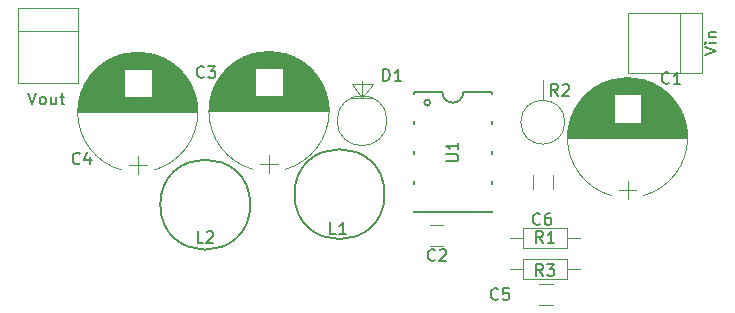
<source format=gbr>
%TF.GenerationSoftware,KiCad,Pcbnew,(6.0.8)*%
%TF.CreationDate,2022-11-19T23:42:55+04:00*%
%TF.ProjectId,MC34063_Buck,4d433334-3036-4335-9f42-75636b2e6b69,rev?*%
%TF.SameCoordinates,Original*%
%TF.FileFunction,Legend,Top*%
%TF.FilePolarity,Positive*%
%FSLAX46Y46*%
G04 Gerber Fmt 4.6, Leading zero omitted, Abs format (unit mm)*
G04 Created by KiCad (PCBNEW (6.0.8)) date 2022-11-19 23:42:55*
%MOMM*%
%LPD*%
G01*
G04 APERTURE LIST*
%ADD10C,0.150000*%
%ADD11C,0.120000*%
G04 APERTURE END LIST*
D10*
%TO.C,C1*%
X154011333Y-72493142D02*
X153963714Y-72540761D01*
X153820857Y-72588380D01*
X153725619Y-72588380D01*
X153582761Y-72540761D01*
X153487523Y-72445523D01*
X153439904Y-72350285D01*
X153392285Y-72159809D01*
X153392285Y-72016952D01*
X153439904Y-71826476D01*
X153487523Y-71731238D01*
X153582761Y-71636000D01*
X153725619Y-71588380D01*
X153820857Y-71588380D01*
X153963714Y-71636000D01*
X154011333Y-71683619D01*
X154963714Y-72588380D02*
X154392285Y-72588380D01*
X154678000Y-72588380D02*
X154678000Y-71588380D01*
X154582761Y-71731238D01*
X154487523Y-71826476D01*
X154392285Y-71874095D01*
%TO.C,C2*%
X134199333Y-87479142D02*
X134151714Y-87526761D01*
X134008857Y-87574380D01*
X133913619Y-87574380D01*
X133770761Y-87526761D01*
X133675523Y-87431523D01*
X133627904Y-87336285D01*
X133580285Y-87145809D01*
X133580285Y-87002952D01*
X133627904Y-86812476D01*
X133675523Y-86717238D01*
X133770761Y-86622000D01*
X133913619Y-86574380D01*
X134008857Y-86574380D01*
X134151714Y-86622000D01*
X134199333Y-86669619D01*
X134580285Y-86669619D02*
X134627904Y-86622000D01*
X134723142Y-86574380D01*
X134961238Y-86574380D01*
X135056476Y-86622000D01*
X135104095Y-86669619D01*
X135151714Y-86764857D01*
X135151714Y-86860095D01*
X135104095Y-87002952D01*
X134532666Y-87574380D01*
X135151714Y-87574380D01*
%TO.C,C3*%
X114641333Y-71985142D02*
X114593714Y-72032761D01*
X114450857Y-72080380D01*
X114355619Y-72080380D01*
X114212761Y-72032761D01*
X114117523Y-71937523D01*
X114069904Y-71842285D01*
X114022285Y-71651809D01*
X114022285Y-71508952D01*
X114069904Y-71318476D01*
X114117523Y-71223238D01*
X114212761Y-71128000D01*
X114355619Y-71080380D01*
X114450857Y-71080380D01*
X114593714Y-71128000D01*
X114641333Y-71175619D01*
X114974666Y-71080380D02*
X115593714Y-71080380D01*
X115260380Y-71461333D01*
X115403238Y-71461333D01*
X115498476Y-71508952D01*
X115546095Y-71556571D01*
X115593714Y-71651809D01*
X115593714Y-71889904D01*
X115546095Y-71985142D01*
X115498476Y-72032761D01*
X115403238Y-72080380D01*
X115117523Y-72080380D01*
X115022285Y-72032761D01*
X114974666Y-71985142D01*
%TO.C,C4*%
X104125733Y-79300342D02*
X104078114Y-79347961D01*
X103935257Y-79395580D01*
X103840019Y-79395580D01*
X103697161Y-79347961D01*
X103601923Y-79252723D01*
X103554304Y-79157485D01*
X103506685Y-78967009D01*
X103506685Y-78824152D01*
X103554304Y-78633676D01*
X103601923Y-78538438D01*
X103697161Y-78443200D01*
X103840019Y-78395580D01*
X103935257Y-78395580D01*
X104078114Y-78443200D01*
X104125733Y-78490819D01*
X104982876Y-78728914D02*
X104982876Y-79395580D01*
X104744780Y-78347961D02*
X104506685Y-79062247D01*
X105125733Y-79062247D01*
%TO.C,C5*%
X139533333Y-90781142D02*
X139485714Y-90828761D01*
X139342857Y-90876380D01*
X139247619Y-90876380D01*
X139104761Y-90828761D01*
X139009523Y-90733523D01*
X138961904Y-90638285D01*
X138914285Y-90447809D01*
X138914285Y-90304952D01*
X138961904Y-90114476D01*
X139009523Y-90019238D01*
X139104761Y-89924000D01*
X139247619Y-89876380D01*
X139342857Y-89876380D01*
X139485714Y-89924000D01*
X139533333Y-89971619D01*
X140438095Y-89876380D02*
X139961904Y-89876380D01*
X139914285Y-90352571D01*
X139961904Y-90304952D01*
X140057142Y-90257333D01*
X140295238Y-90257333D01*
X140390476Y-90304952D01*
X140438095Y-90352571D01*
X140485714Y-90447809D01*
X140485714Y-90685904D01*
X140438095Y-90781142D01*
X140390476Y-90828761D01*
X140295238Y-90876380D01*
X140057142Y-90876380D01*
X139961904Y-90828761D01*
X139914285Y-90781142D01*
%TO.C,D1*%
X129817904Y-72334380D02*
X129817904Y-71334380D01*
X130056000Y-71334380D01*
X130198857Y-71382000D01*
X130294095Y-71477238D01*
X130341714Y-71572476D01*
X130389333Y-71762952D01*
X130389333Y-71905809D01*
X130341714Y-72096285D01*
X130294095Y-72191523D01*
X130198857Y-72286761D01*
X130056000Y-72334380D01*
X129817904Y-72334380D01*
X131341714Y-72334380D02*
X130770285Y-72334380D01*
X131056000Y-72334380D02*
X131056000Y-71334380D01*
X130960761Y-71477238D01*
X130865523Y-71572476D01*
X130770285Y-71620095D01*
%TO.C,L1*%
X125817333Y-85288380D02*
X125341142Y-85288380D01*
X125341142Y-84288380D01*
X126674476Y-85288380D02*
X126103047Y-85288380D01*
X126388761Y-85288380D02*
X126388761Y-84288380D01*
X126293523Y-84431238D01*
X126198285Y-84526476D01*
X126103047Y-84574095D01*
%TO.C,L2*%
X114577833Y-86050380D02*
X114101642Y-86050380D01*
X114101642Y-85050380D01*
X114863547Y-85145619D02*
X114911166Y-85098000D01*
X115006404Y-85050380D01*
X115244500Y-85050380D01*
X115339738Y-85098000D01*
X115387357Y-85145619D01*
X115434976Y-85240857D01*
X115434976Y-85336095D01*
X115387357Y-85478952D01*
X114815928Y-86050380D01*
X115434976Y-86050380D01*
%TO.C,R1*%
X143343333Y-86050380D02*
X143010000Y-85574190D01*
X142771904Y-86050380D02*
X142771904Y-85050380D01*
X143152857Y-85050380D01*
X143248095Y-85098000D01*
X143295714Y-85145619D01*
X143343333Y-85240857D01*
X143343333Y-85383714D01*
X143295714Y-85478952D01*
X143248095Y-85526571D01*
X143152857Y-85574190D01*
X142771904Y-85574190D01*
X144295714Y-86050380D02*
X143724285Y-86050380D01*
X144010000Y-86050380D02*
X144010000Y-85050380D01*
X143914761Y-85193238D01*
X143819523Y-85288476D01*
X143724285Y-85336095D01*
%TO.C,R2*%
X144613333Y-73604380D02*
X144280000Y-73128190D01*
X144041904Y-73604380D02*
X144041904Y-72604380D01*
X144422857Y-72604380D01*
X144518095Y-72652000D01*
X144565714Y-72699619D01*
X144613333Y-72794857D01*
X144613333Y-72937714D01*
X144565714Y-73032952D01*
X144518095Y-73080571D01*
X144422857Y-73128190D01*
X144041904Y-73128190D01*
X144994285Y-72699619D02*
X145041904Y-72652000D01*
X145137142Y-72604380D01*
X145375238Y-72604380D01*
X145470476Y-72652000D01*
X145518095Y-72699619D01*
X145565714Y-72794857D01*
X145565714Y-72890095D01*
X145518095Y-73032952D01*
X144946666Y-73604380D01*
X145565714Y-73604380D01*
%TO.C,R3*%
X143343333Y-88844380D02*
X143010000Y-88368190D01*
X142771904Y-88844380D02*
X142771904Y-87844380D01*
X143152857Y-87844380D01*
X143248095Y-87892000D01*
X143295714Y-87939619D01*
X143343333Y-88034857D01*
X143343333Y-88177714D01*
X143295714Y-88272952D01*
X143248095Y-88320571D01*
X143152857Y-88368190D01*
X142771904Y-88368190D01*
X143676666Y-87844380D02*
X144295714Y-87844380D01*
X143962380Y-88225333D01*
X144105238Y-88225333D01*
X144200476Y-88272952D01*
X144248095Y-88320571D01*
X144295714Y-88415809D01*
X144295714Y-88653904D01*
X144248095Y-88749142D01*
X144200476Y-88796761D01*
X144105238Y-88844380D01*
X143819523Y-88844380D01*
X143724285Y-88796761D01*
X143676666Y-88749142D01*
%TO.C,U1*%
X135151880Y-79120904D02*
X135961404Y-79120904D01*
X136056642Y-79073285D01*
X136104261Y-79025666D01*
X136151880Y-78930428D01*
X136151880Y-78739952D01*
X136104261Y-78644714D01*
X136056642Y-78597095D01*
X135961404Y-78549476D01*
X135151880Y-78549476D01*
X136151880Y-77549476D02*
X136151880Y-78120904D01*
X136151880Y-77835190D02*
X135151880Y-77835190D01*
X135294738Y-77930428D01*
X135389976Y-78025666D01*
X135437595Y-78120904D01*
%TO.C,C6*%
X143089333Y-84431142D02*
X143041714Y-84478761D01*
X142898857Y-84526380D01*
X142803619Y-84526380D01*
X142660761Y-84478761D01*
X142565523Y-84383523D01*
X142517904Y-84288285D01*
X142470285Y-84097809D01*
X142470285Y-83954952D01*
X142517904Y-83764476D01*
X142565523Y-83669238D01*
X142660761Y-83574000D01*
X142803619Y-83526380D01*
X142898857Y-83526380D01*
X143041714Y-83574000D01*
X143089333Y-83621619D01*
X143946476Y-83526380D02*
X143756000Y-83526380D01*
X143660761Y-83574000D01*
X143613142Y-83621619D01*
X143517904Y-83764476D01*
X143470285Y-83954952D01*
X143470285Y-84335904D01*
X143517904Y-84431142D01*
X143565523Y-84478761D01*
X143660761Y-84526380D01*
X143851238Y-84526380D01*
X143946476Y-84478761D01*
X143994095Y-84431142D01*
X144041714Y-84335904D01*
X144041714Y-84097809D01*
X143994095Y-84002571D01*
X143946476Y-83954952D01*
X143851238Y-83907333D01*
X143660761Y-83907333D01*
X143565523Y-83954952D01*
X143517904Y-84002571D01*
X143470285Y-84097809D01*
%TO.C,Vin*%
X157022380Y-70111809D02*
X158022380Y-69778476D01*
X157022380Y-69445142D01*
X158022380Y-69111809D02*
X157355714Y-69111809D01*
X157022380Y-69111809D02*
X157070000Y-69159428D01*
X157117619Y-69111809D01*
X157070000Y-69064190D01*
X157022380Y-69111809D01*
X157117619Y-69111809D01*
X157355714Y-68635619D02*
X158022380Y-68635619D01*
X157450952Y-68635619D02*
X157403333Y-68588000D01*
X157355714Y-68492761D01*
X157355714Y-68349904D01*
X157403333Y-68254666D01*
X157498571Y-68207047D01*
X158022380Y-68207047D01*
%TO.C,Vout*%
X99771390Y-73315580D02*
X100104723Y-74315580D01*
X100438057Y-73315580D01*
X100914247Y-74315580D02*
X100819009Y-74267961D01*
X100771390Y-74220342D01*
X100723771Y-74125104D01*
X100723771Y-73839390D01*
X100771390Y-73744152D01*
X100819009Y-73696533D01*
X100914247Y-73648914D01*
X101057104Y-73648914D01*
X101152342Y-73696533D01*
X101199961Y-73744152D01*
X101247580Y-73839390D01*
X101247580Y-74125104D01*
X101199961Y-74220342D01*
X101152342Y-74267961D01*
X101057104Y-74315580D01*
X100914247Y-74315580D01*
X102104723Y-73648914D02*
X102104723Y-74315580D01*
X101676152Y-73648914D02*
X101676152Y-74172723D01*
X101723771Y-74267961D01*
X101819009Y-74315580D01*
X101961866Y-74315580D01*
X102057104Y-74267961D01*
X102104723Y-74220342D01*
X102438057Y-73648914D02*
X102819009Y-73648914D01*
X102580914Y-73315580D02*
X102580914Y-74172723D01*
X102628533Y-74267961D01*
X102723771Y-74315580D01*
X102819009Y-74315580D01*
D11*
%TO.C,C1*%
X145514000Y-76288000D02*
X155476000Y-76288000D01*
X145907000Y-75008000D02*
X149314000Y-75008000D01*
X151676000Y-73568000D02*
X154093000Y-73568000D01*
X145716000Y-75488000D02*
X149314000Y-75488000D01*
X151676000Y-74448000D02*
X154783000Y-74448000D01*
X151676000Y-73728000D02*
X154243000Y-73728000D01*
X146025000Y-74768000D02*
X149314000Y-74768000D01*
X146936000Y-73528000D02*
X149314000Y-73528000D01*
X145837000Y-75168000D02*
X149314000Y-75168000D01*
X146897000Y-73568000D02*
X149314000Y-73568000D01*
X151676000Y-74208000D02*
X154625000Y-74208000D01*
X145560000Y-76048000D02*
X155430000Y-76048000D01*
X151676000Y-74168000D02*
X154596000Y-74168000D01*
X151676000Y-74728000D02*
X154944000Y-74728000D01*
X151676000Y-74328000D02*
X154706000Y-74328000D01*
X151676000Y-74608000D02*
X154878000Y-74608000D01*
X146544000Y-73968000D02*
X149314000Y-73968000D01*
X146258000Y-74368000D02*
X149314000Y-74368000D01*
X145447000Y-76969000D02*
X155543000Y-76969000D01*
X145445000Y-77089000D02*
X155545000Y-77089000D01*
X145502000Y-76368000D02*
X155488000Y-76368000D01*
X145569000Y-76008000D02*
X155421000Y-76008000D01*
X151676000Y-74408000D02*
X154758000Y-74408000D01*
X146747000Y-73728000D02*
X149314000Y-73728000D01*
X145496000Y-76408000D02*
X155494000Y-76408000D01*
X146284000Y-74328000D02*
X149314000Y-74328000D01*
X149088000Y-72248000D02*
X151902000Y-72248000D01*
X151676000Y-75088000D02*
X155119000Y-75088000D01*
X146112000Y-74608000D02*
X149314000Y-74608000D01*
X148841000Y-72328000D02*
X152149000Y-72328000D01*
X146576000Y-73928000D02*
X149314000Y-73928000D01*
X147018000Y-73448000D02*
X153972000Y-73448000D01*
X146977000Y-73488000D02*
X149314000Y-73488000D01*
X151676000Y-73968000D02*
X154446000Y-73968000D01*
X151676000Y-74688000D02*
X154923000Y-74688000D01*
X145528000Y-76208000D02*
X155462000Y-76208000D01*
X146452000Y-74088000D02*
X149314000Y-74088000D01*
X145480000Y-76529000D02*
X155510000Y-76529000D01*
X151676000Y-75288000D02*
X155201000Y-75288000D01*
X147337000Y-73168000D02*
X153653000Y-73168000D01*
X151676000Y-74888000D02*
X155026000Y-74888000D01*
X151676000Y-73648000D02*
X154170000Y-73648000D01*
X145773000Y-75328000D02*
X149314000Y-75328000D01*
X145521000Y-76248000D02*
X155469000Y-76248000D01*
X151676000Y-73888000D02*
X154381000Y-73888000D01*
X151676000Y-75808000D02*
X155371000Y-75808000D01*
X145467000Y-76649000D02*
X155523000Y-76649000D01*
X145445000Y-77049000D02*
X155545000Y-77049000D01*
X145578000Y-75968000D02*
X155412000Y-75968000D01*
X147718000Y-72888000D02*
X153272000Y-72888000D01*
X146783000Y-73688000D02*
X149314000Y-73688000D01*
X145926000Y-74968000D02*
X149314000Y-74968000D01*
X151676000Y-74048000D02*
X154508000Y-74048000D01*
X145588000Y-75928000D02*
X155402000Y-75928000D01*
X146482000Y-74048000D02*
X149314000Y-74048000D01*
X145452000Y-76849000D02*
X155538000Y-76849000D01*
X145664000Y-75648000D02*
X149314000Y-75648000D01*
X145552000Y-76088000D02*
X155438000Y-76088000D01*
X145689000Y-75568000D02*
X149314000Y-75568000D01*
X145854000Y-75128000D02*
X149314000Y-75128000D01*
X147601000Y-72968000D02*
X153389000Y-72968000D01*
X151676000Y-74848000D02*
X155006000Y-74848000D01*
X146423000Y-74128000D02*
X149314000Y-74128000D01*
X151676000Y-74528000D02*
X154831000Y-74528000D01*
X146711000Y-73768000D02*
X149314000Y-73768000D01*
X151676000Y-75408000D02*
X155246000Y-75408000D01*
X151676000Y-73608000D02*
X154132000Y-73608000D01*
X148046000Y-72688000D02*
X152944000Y-72688000D01*
X146513000Y-74008000D02*
X149314000Y-74008000D01*
X147438000Y-73088000D02*
X153552000Y-73088000D01*
X145490000Y-76449000D02*
X155500000Y-76449000D01*
X145471000Y-76609000D02*
X155519000Y-76609000D01*
X151676000Y-75208000D02*
X155169000Y-75208000D01*
X145630000Y-75768000D02*
X149314000Y-75768000D01*
X148629000Y-72408000D02*
X152361000Y-72408000D01*
X145641000Y-75728000D02*
X149314000Y-75728000D01*
X146159000Y-74528000D02*
X149314000Y-74528000D01*
X147491000Y-73048000D02*
X153499000Y-73048000D01*
X151676000Y-75568000D02*
X155301000Y-75568000D01*
X147546000Y-73008000D02*
X153444000Y-73008000D01*
X145608000Y-75848000D02*
X155382000Y-75848000D01*
X145703000Y-75528000D02*
X149314000Y-75528000D01*
X151676000Y-73768000D02*
X154279000Y-73768000D01*
X151676000Y-74928000D02*
X155045000Y-74928000D01*
X145448000Y-76929000D02*
X155542000Y-76929000D01*
X145984000Y-74848000D02*
X149314000Y-74848000D01*
X151676000Y-75368000D02*
X155232000Y-75368000D01*
X151676000Y-73688000D02*
X154207000Y-73688000D01*
X147976000Y-72728000D02*
X153014000Y-72728000D01*
X147288000Y-73208000D02*
X153702000Y-73208000D01*
X145889000Y-75048000D02*
X149314000Y-75048000D01*
X151676000Y-75768000D02*
X155360000Y-75768000D01*
X151676000Y-75128000D02*
X155136000Y-75128000D01*
X147387000Y-73128000D02*
X153603000Y-73128000D01*
X146183000Y-74488000D02*
X149314000Y-74488000D01*
X147104000Y-73368000D02*
X153886000Y-73368000D01*
X145652000Y-75688000D02*
X149314000Y-75688000D01*
X151676000Y-74368000D02*
X154732000Y-74368000D01*
X145871000Y-75088000D02*
X149314000Y-75088000D01*
X147148000Y-73328000D02*
X153842000Y-73328000D01*
X149582000Y-72128000D02*
X151408000Y-72128000D01*
X145730000Y-75448000D02*
X149314000Y-75448000D01*
X147193000Y-73288000D02*
X153797000Y-73288000D01*
X148533000Y-72448000D02*
X152457000Y-72448000D01*
X151676000Y-74088000D02*
X154538000Y-74088000D01*
X149823000Y-72088000D02*
X151167000Y-72088000D01*
X146858000Y-73608000D02*
X149314000Y-73608000D01*
X151676000Y-74128000D02*
X154567000Y-74128000D01*
X148732000Y-72368000D02*
X152258000Y-72368000D01*
X151676000Y-75008000D02*
X155083000Y-75008000D01*
X145544000Y-76128000D02*
X155446000Y-76128000D01*
X146609000Y-73888000D02*
X149314000Y-73888000D01*
X145758000Y-75368000D02*
X149314000Y-75368000D01*
X149745000Y-81579000D02*
X151245000Y-81579000D01*
X151676000Y-75528000D02*
X155287000Y-75528000D01*
X151676000Y-75048000D02*
X155101000Y-75048000D01*
X145450000Y-76889000D02*
X155540000Y-76889000D01*
X151676000Y-74768000D02*
X154965000Y-74768000D01*
X151676000Y-74568000D02*
X154855000Y-74568000D01*
X145475000Y-76569000D02*
X155515000Y-76569000D01*
X151676000Y-73848000D02*
X154348000Y-73848000D01*
X145485000Y-76489000D02*
X155505000Y-76489000D01*
X148355000Y-72528000D02*
X152635000Y-72528000D01*
X151676000Y-74248000D02*
X154652000Y-74248000D01*
X146232000Y-74408000D02*
X149314000Y-74408000D01*
X147843000Y-72808000D02*
X153147000Y-72808000D01*
X145619000Y-75808000D02*
X149314000Y-75808000D01*
X151676000Y-74808000D02*
X154986000Y-74808000D01*
X145536000Y-76168000D02*
X155454000Y-76168000D01*
X151676000Y-74288000D02*
X154680000Y-74288000D01*
X145964000Y-74888000D02*
X149314000Y-74888000D01*
X151676000Y-74648000D02*
X154900000Y-74648000D01*
X146310000Y-74288000D02*
X149314000Y-74288000D01*
X145460000Y-76729000D02*
X155530000Y-76729000D01*
X147060000Y-73408000D02*
X153930000Y-73408000D01*
X146004000Y-74808000D02*
X149314000Y-74808000D01*
X149230000Y-72208000D02*
X151760000Y-72208000D01*
X148118000Y-72648000D02*
X152872000Y-72648000D01*
X151676000Y-75168000D02*
X155153000Y-75168000D01*
X145457000Y-76769000D02*
X155533000Y-76769000D01*
X146135000Y-74568000D02*
X149314000Y-74568000D01*
X146642000Y-73848000D02*
X149314000Y-73848000D01*
X151676000Y-74008000D02*
X154477000Y-74008000D01*
X145598000Y-75888000D02*
X155392000Y-75888000D01*
X146338000Y-74248000D02*
X149314000Y-74248000D01*
X147659000Y-72928000D02*
X153331000Y-72928000D01*
X145821000Y-75208000D02*
X149314000Y-75208000D01*
X146090000Y-74648000D02*
X149314000Y-74648000D01*
X146820000Y-73648000D02*
X149314000Y-73648000D01*
X149391000Y-72168000D02*
X151599000Y-72168000D01*
X151676000Y-73928000D02*
X154414000Y-73928000D01*
X145446000Y-77009000D02*
X155544000Y-77009000D01*
X151676000Y-75448000D02*
X155260000Y-75448000D01*
X147908000Y-72768000D02*
X153082000Y-72768000D01*
X151676000Y-75248000D02*
X155186000Y-75248000D01*
X151676000Y-75728000D02*
X155349000Y-75728000D01*
X151676000Y-75648000D02*
X155326000Y-75648000D01*
X145789000Y-75288000D02*
X149314000Y-75288000D01*
X151676000Y-75688000D02*
X155338000Y-75688000D01*
X146365000Y-74208000D02*
X149314000Y-74208000D01*
X146067000Y-74688000D02*
X149314000Y-74688000D01*
X145804000Y-75248000D02*
X149314000Y-75248000D01*
X147780000Y-72848000D02*
X153210000Y-72848000D01*
X145455000Y-76809000D02*
X155535000Y-76809000D01*
X151676000Y-73808000D02*
X154314000Y-73808000D01*
X146046000Y-74728000D02*
X149314000Y-74728000D01*
X145508000Y-76328000D02*
X155482000Y-76328000D01*
X150495000Y-82329000D02*
X150495000Y-80829000D01*
X151676000Y-75488000D02*
X155274000Y-75488000D01*
X145677000Y-75608000D02*
X149314000Y-75608000D01*
X151676000Y-74968000D02*
X155064000Y-74968000D01*
X150216000Y-72048000D02*
X150774000Y-72048000D01*
X151676000Y-73528000D02*
X154054000Y-73528000D01*
X145464000Y-76689000D02*
X155526000Y-76689000D01*
X145744000Y-75408000D02*
X149314000Y-75408000D01*
X148959000Y-72288000D02*
X152031000Y-72288000D01*
X151676000Y-75608000D02*
X155313000Y-75608000D01*
X148273000Y-72568000D02*
X152717000Y-72568000D01*
X148442000Y-72488000D02*
X152548000Y-72488000D01*
X145445000Y-77129000D02*
X155545000Y-77129000D01*
X146394000Y-74168000D02*
X149314000Y-74168000D01*
X146207000Y-74448000D02*
X149314000Y-74448000D01*
X146676000Y-73808000D02*
X149314000Y-73808000D01*
X151676000Y-73488000D02*
X154013000Y-73488000D01*
X145945000Y-74928000D02*
X149314000Y-74928000D01*
X151676000Y-75328000D02*
X155217000Y-75328000D01*
X147240000Y-73248000D02*
X153750000Y-73248000D01*
X151676000Y-74488000D02*
X154807000Y-74488000D01*
X148194000Y-72608000D02*
X152796000Y-72608000D01*
X149111736Y-72230563D02*
G75*
G03*
X149115000Y-82028357I1383264J-4898437D01*
G01*
X151875000Y-82028357D02*
G75*
G03*
X151878264Y-72230563I-1380000J4899357D01*
G01*
X151878264Y-72230563D02*
G75*
G03*
X149115000Y-72229643I-1383264J-4898437D01*
G01*
%TO.C,C2*%
X134909500Y-86268500D02*
X133735500Y-86268500D01*
X134909500Y-84546500D02*
X133735500Y-84546500D01*
%TO.C,C3*%
X117427000Y-70625500D02*
X122857000Y-70625500D01*
X121323000Y-71745500D02*
X124093000Y-71745500D01*
X121323000Y-72425500D02*
X124547000Y-72425500D01*
X115132000Y-74266500D02*
X125152000Y-74266500D01*
X118180000Y-70225500D02*
X122104000Y-70225500D01*
X121323000Y-72505500D02*
X124591000Y-72505500D01*
X121323000Y-73065500D02*
X124848000Y-73065500D01*
X121323000Y-73385500D02*
X124960000Y-73385500D01*
X116583000Y-71305500D02*
X118961000Y-71305500D01*
X121323000Y-73185500D02*
X124893000Y-73185500D01*
X115714000Y-72465500D02*
X118961000Y-72465500D01*
X121323000Y-71825500D02*
X124155000Y-71825500D01*
X121323000Y-72705500D02*
X124692000Y-72705500D01*
X121323000Y-71705500D02*
X124061000Y-71705500D01*
X121323000Y-72345500D02*
X124502000Y-72345500D01*
X121323000Y-71265500D02*
X123660000Y-71265500D01*
X115114000Y-74426500D02*
X125170000Y-74426500D01*
X115830000Y-72265500D02*
X118961000Y-72265500D01*
X115127000Y-74306500D02*
X125157000Y-74306500D01*
X121323000Y-72065500D02*
X124327000Y-72065500D01*
X115277000Y-73545500D02*
X118961000Y-73545500D01*
X121323000Y-72105500D02*
X124353000Y-72105500D01*
X121323000Y-72465500D02*
X124570000Y-72465500D01*
X116012000Y-71985500D02*
X118961000Y-71985500D01*
X115573000Y-72745500D02*
X118961000Y-72745500D01*
X115631000Y-72625500D02*
X118961000Y-72625500D01*
X121323000Y-73105500D02*
X124864000Y-73105500D01*
X117306000Y-70705500D02*
X122978000Y-70705500D01*
X115672000Y-72545500D02*
X118961000Y-72545500D01*
X116624000Y-71265500D02*
X118961000Y-71265500D01*
X115518000Y-72865500D02*
X118961000Y-72865500D01*
X115168000Y-74025500D02*
X125116000Y-74025500D01*
X115104000Y-74546500D02*
X125180000Y-74546500D01*
X117085000Y-70865500D02*
X123199000Y-70865500D01*
X121323000Y-72625500D02*
X124653000Y-72625500D01*
X121323000Y-72025500D02*
X124299000Y-72025500D01*
X121323000Y-71305500D02*
X123701000Y-71305500D01*
X115391000Y-73185500D02*
X118961000Y-73185500D01*
X115092000Y-74906500D02*
X125192000Y-74906500D01*
X121323000Y-72585500D02*
X124633000Y-72585500D01*
X115183000Y-73945500D02*
X125101000Y-73945500D01*
X116665000Y-71225500D02*
X123619000Y-71225500D01*
X115099000Y-74626500D02*
X125185000Y-74626500D01*
X121323000Y-72545500D02*
X124612000Y-72545500D01*
X121323000Y-73545500D02*
X125007000Y-73545500D01*
X121323000Y-73265500D02*
X124921000Y-73265500D01*
X116467000Y-71425500D02*
X118961000Y-71425500D01*
X115288000Y-73505500D02*
X118961000Y-73505500D01*
X116935000Y-70985500D02*
X123349000Y-70985500D01*
X119229000Y-69905500D02*
X121055000Y-69905500D01*
X118379000Y-70145500D02*
X121905000Y-70145500D01*
X115501000Y-72905500D02*
X118961000Y-72905500D01*
X116394000Y-71505500D02*
X118961000Y-71505500D01*
X121323000Y-71905500D02*
X124214000Y-71905500D01*
X115092000Y-74826500D02*
X125192000Y-74826500D01*
X121323000Y-71625500D02*
X123995000Y-71625500D01*
X120142000Y-80106500D02*
X120142000Y-78606500D01*
X115806000Y-72305500D02*
X118961000Y-72305500D01*
X121323000Y-72905500D02*
X124783000Y-72905500D01*
X115782000Y-72345500D02*
X118961000Y-72345500D01*
X115905000Y-72145500D02*
X118961000Y-72145500D01*
X115311000Y-73425500D02*
X118961000Y-73425500D01*
X117248000Y-70745500D02*
X123036000Y-70745500D01*
X118488000Y-70105500D02*
X121796000Y-70105500D01*
X116070000Y-71905500D02*
X118961000Y-71905500D01*
X121323000Y-71385500D02*
X123779000Y-71385500D01*
X118877000Y-69985500D02*
X121407000Y-69985500D01*
X115324000Y-73385500D02*
X118961000Y-73385500D01*
X121323000Y-73145500D02*
X124879000Y-73145500D01*
X121323000Y-71345500D02*
X123740000Y-71345500D01*
X116887000Y-71025500D02*
X123397000Y-71025500D01*
X118606000Y-70065500D02*
X121678000Y-70065500D01*
X115554000Y-72785500D02*
X118961000Y-72785500D01*
X121323000Y-73305500D02*
X124934000Y-73305500D01*
X118276000Y-70185500D02*
X122008000Y-70185500D01*
X121323000Y-72385500D02*
X124525000Y-72385500D01*
X116323000Y-71585500D02*
X118961000Y-71585500D01*
X115111000Y-74466500D02*
X125173000Y-74466500D01*
X117623000Y-70505500D02*
X122661000Y-70505500D01*
X121323000Y-73025500D02*
X124833000Y-73025500D01*
X121323000Y-73225500D02*
X124907000Y-73225500D01*
X115336000Y-73345500D02*
X118961000Y-73345500D01*
X121323000Y-71545500D02*
X123926000Y-71545500D01*
X118002000Y-70305500D02*
X122282000Y-70305500D01*
X115161000Y-74065500D02*
X125123000Y-74065500D01*
X115137000Y-74226500D02*
X125147000Y-74226500D01*
X116256000Y-71665500D02*
X118961000Y-71665500D01*
X115759000Y-72385500D02*
X118961000Y-72385500D01*
X115095000Y-74706500D02*
X125189000Y-74706500D01*
X116840000Y-71065500D02*
X123444000Y-71065500D01*
X117555000Y-70545500D02*
X122729000Y-70545500D01*
X121323000Y-72825500D02*
X124748000Y-72825500D01*
X115235000Y-73705500D02*
X125049000Y-73705500D01*
X121323000Y-71465500D02*
X123854000Y-71465500D01*
X116041000Y-71945500D02*
X118961000Y-71945500D01*
X115536000Y-72825500D02*
X118961000Y-72825500D01*
X116289000Y-71625500D02*
X118961000Y-71625500D01*
X121323000Y-71505500D02*
X123890000Y-71505500D01*
X115093000Y-74786500D02*
X125191000Y-74786500D01*
X115191000Y-73905500D02*
X125093000Y-73905500D01*
X116099000Y-71865500D02*
X118961000Y-71865500D01*
X115651000Y-72585500D02*
X118961000Y-72585500D01*
X121323000Y-72185500D02*
X124405000Y-72185500D01*
X121323000Y-72745500D02*
X124711000Y-72745500D01*
X115436000Y-73065500D02*
X118961000Y-73065500D01*
X115879000Y-72185500D02*
X118961000Y-72185500D01*
X117034000Y-70905500D02*
X123250000Y-70905500D01*
X116984000Y-70945500D02*
X123300000Y-70945500D01*
X116160000Y-71785500D02*
X118961000Y-71785500D01*
X121323000Y-73345500D02*
X124948000Y-73345500D01*
X115255000Y-73625500D02*
X125029000Y-73625500D01*
X115854000Y-72225500D02*
X118961000Y-72225500D01*
X115468000Y-72985500D02*
X118961000Y-72985500D01*
X119392000Y-79356500D02*
X120892000Y-79356500D01*
X115377000Y-73225500D02*
X118961000Y-73225500D01*
X115350000Y-73305500D02*
X118961000Y-73305500D01*
X115737000Y-72425500D02*
X118961000Y-72425500D01*
X116223000Y-71705500D02*
X118961000Y-71705500D01*
X121323000Y-73465500D02*
X124985000Y-73465500D01*
X116795000Y-71105500D02*
X123489000Y-71105500D01*
X115107000Y-74506500D02*
X125177000Y-74506500D01*
X115592000Y-72705500D02*
X118961000Y-72705500D01*
X115149000Y-74145500D02*
X125135000Y-74145500D01*
X121323000Y-72265500D02*
X124454000Y-72265500D01*
X115092000Y-74866500D02*
X125192000Y-74866500D01*
X121323000Y-72985500D02*
X124816000Y-72985500D01*
X115118000Y-74386500D02*
X125166000Y-74386500D01*
X115931000Y-72105500D02*
X118961000Y-72105500D01*
X116430000Y-71465500D02*
X118961000Y-71465500D01*
X116129000Y-71825500D02*
X118961000Y-71825500D01*
X115094000Y-74746500D02*
X125190000Y-74746500D01*
X117490000Y-70585500D02*
X122794000Y-70585500D01*
X121323000Y-71985500D02*
X124272000Y-71985500D01*
X115122000Y-74346500D02*
X125162000Y-74346500D01*
X117693000Y-70465500D02*
X122591000Y-70465500D01*
X121323000Y-71585500D02*
X123961000Y-71585500D01*
X117138000Y-70825500D02*
X123146000Y-70825500D01*
X116544000Y-71345500D02*
X118961000Y-71345500D01*
X115484000Y-72945500D02*
X118961000Y-72945500D01*
X117920000Y-70345500D02*
X122364000Y-70345500D01*
X115155000Y-74105500D02*
X125129000Y-74105500D01*
X115207000Y-73825500D02*
X125077000Y-73825500D01*
X115363000Y-73265500D02*
X118961000Y-73265500D01*
X121323000Y-72225500D02*
X124430000Y-72225500D01*
X119038000Y-69945500D02*
X121246000Y-69945500D01*
X115225000Y-73745500D02*
X125059000Y-73745500D01*
X116191000Y-71745500D02*
X118961000Y-71745500D01*
X116751000Y-71145500D02*
X123533000Y-71145500D01*
X121323000Y-72785500D02*
X124730000Y-72785500D01*
X116358000Y-71545500D02*
X118961000Y-71545500D01*
X117193000Y-70785500D02*
X123091000Y-70785500D01*
X118089000Y-70265500D02*
X122195000Y-70265500D01*
X121323000Y-71865500D02*
X124185000Y-71865500D01*
X116505000Y-71385500D02*
X118961000Y-71385500D01*
X121323000Y-71665500D02*
X124028000Y-71665500D01*
X115102000Y-74586500D02*
X125182000Y-74586500D01*
X121323000Y-72865500D02*
X124766000Y-72865500D01*
X115143000Y-74185500D02*
X125141000Y-74185500D01*
X121323000Y-71785500D02*
X124124000Y-71785500D01*
X115199000Y-73865500D02*
X125085000Y-73865500D01*
X115985000Y-72025500D02*
X118961000Y-72025500D01*
X115216000Y-73785500D02*
X125068000Y-73785500D01*
X116707000Y-71185500D02*
X123577000Y-71185500D01*
X121323000Y-73585500D02*
X125018000Y-73585500D01*
X118735000Y-70025500D02*
X121549000Y-70025500D01*
X121323000Y-71425500D02*
X123817000Y-71425500D01*
X117841000Y-70385500D02*
X122443000Y-70385500D01*
X115299000Y-73465500D02*
X118961000Y-73465500D01*
X115611000Y-72665500D02*
X118961000Y-72665500D01*
X115420000Y-73105500D02*
X118961000Y-73105500D01*
X121323000Y-72145500D02*
X124379000Y-72145500D01*
X117365000Y-70665500D02*
X122919000Y-70665500D01*
X115957000Y-72065500D02*
X118961000Y-72065500D01*
X115097000Y-74666500D02*
X125187000Y-74666500D01*
X121323000Y-73425500D02*
X124973000Y-73425500D01*
X115175000Y-73985500D02*
X125109000Y-73985500D01*
X117765000Y-70425500D02*
X122519000Y-70425500D01*
X119863000Y-69825500D02*
X120421000Y-69825500D01*
X121323000Y-72305500D02*
X124478000Y-72305500D01*
X115405000Y-73145500D02*
X118961000Y-73145500D01*
X121323000Y-72945500D02*
X124800000Y-72945500D01*
X115245000Y-73665500D02*
X125039000Y-73665500D01*
X115693000Y-72505500D02*
X118961000Y-72505500D01*
X121323000Y-71945500D02*
X124243000Y-71945500D01*
X115266000Y-73585500D02*
X118961000Y-73585500D01*
X121323000Y-73505500D02*
X124996000Y-73505500D01*
X119470000Y-69865500D02*
X120814000Y-69865500D01*
X121323000Y-72665500D02*
X124673000Y-72665500D01*
X115451000Y-73025500D02*
X118961000Y-73025500D01*
X121522000Y-79805857D02*
G75*
G03*
X121525264Y-70008063I-1380000J4899357D01*
G01*
X118758736Y-70008063D02*
G75*
G03*
X118762000Y-79805857I1383264J-4898437D01*
G01*
X121525264Y-70008063D02*
G75*
G03*
X118762000Y-70007143I-1383264J-4898437D01*
G01*
%TO.C,C4*%
X104062500Y-74049000D02*
X113996500Y-74049000D01*
X110210500Y-73409000D02*
X113835500Y-73409000D01*
X105317500Y-71529000D02*
X107848500Y-71529000D01*
X103979500Y-74970000D02*
X114079500Y-74970000D01*
X105594500Y-71249000D02*
X112464500Y-71249000D01*
X106025500Y-70889000D02*
X112033500Y-70889000D01*
X106807500Y-70409000D02*
X111251500Y-70409000D01*
X110210500Y-72449000D02*
X113412500Y-72449000D01*
X110210500Y-73169000D02*
X113751500Y-73169000D01*
X110210500Y-71849000D02*
X113011500Y-71849000D01*
X104164500Y-73609000D02*
X107848500Y-73609000D01*
X105110500Y-71769000D02*
X107848500Y-71769000D01*
X104036500Y-74209000D02*
X114022500Y-74209000D01*
X104001500Y-74490000D02*
X114057500Y-74490000D01*
X104559500Y-72609000D02*
X107848500Y-72609000D01*
X103979500Y-74930000D02*
X114079500Y-74930000D01*
X103994500Y-74570000D02*
X114064500Y-74570000D01*
X110210500Y-72569000D02*
X113478500Y-72569000D01*
X105078500Y-71809000D02*
X107848500Y-71809000D01*
X110210500Y-71329000D02*
X112547500Y-71329000D01*
X108750500Y-69889000D02*
X109308500Y-69889000D01*
X110210500Y-73049000D02*
X113703500Y-73049000D01*
X104601500Y-72529000D02*
X107848500Y-72529000D01*
X110210500Y-71369000D02*
X112588500Y-71369000D01*
X104818500Y-72169000D02*
X107848500Y-72169000D01*
X105682500Y-71169000D02*
X112376500Y-71169000D01*
X104338500Y-73089000D02*
X107848500Y-73089000D01*
X110210500Y-71409000D02*
X112627500Y-71409000D01*
X104086500Y-73929000D02*
X113972500Y-73929000D01*
X105921500Y-70969000D02*
X112137500Y-70969000D01*
X104355500Y-73049000D02*
X107848500Y-73049000D01*
X103998500Y-74530000D02*
X114060500Y-74530000D01*
X106080500Y-70849000D02*
X111978500Y-70849000D01*
X107163500Y-70249000D02*
X110895500Y-70249000D01*
X104405500Y-72929000D02*
X107848500Y-72929000D01*
X104292500Y-73209000D02*
X107848500Y-73209000D01*
X104078500Y-73969000D02*
X113980500Y-73969000D01*
X104142500Y-73689000D02*
X113916500Y-73689000D01*
X104250500Y-73329000D02*
X107848500Y-73329000D01*
X107925500Y-70009000D02*
X110133500Y-70009000D01*
X103981500Y-74810000D02*
X114077500Y-74810000D01*
X110210500Y-71889000D02*
X113042500Y-71889000D01*
X104766500Y-72249000D02*
X107848500Y-72249000D01*
X110210500Y-72729000D02*
X113560500Y-72729000D01*
X110210500Y-72089000D02*
X113186500Y-72089000D01*
X104717500Y-72329000D02*
X107848500Y-72329000D01*
X104872500Y-72089000D02*
X107848500Y-72089000D01*
X104030500Y-74249000D02*
X114028500Y-74249000D01*
X110210500Y-73649000D02*
X113905500Y-73649000D01*
X104423500Y-72889000D02*
X107848500Y-72889000D01*
X105638500Y-71209000D02*
X112420500Y-71209000D01*
X104103500Y-73849000D02*
X113955500Y-73849000D01*
X110210500Y-71729000D02*
X112915500Y-71729000D01*
X104624500Y-72489000D02*
X107848500Y-72489000D01*
X106135500Y-70809000D02*
X111923500Y-70809000D01*
X104669500Y-72409000D02*
X107848500Y-72409000D01*
X104479500Y-72769000D02*
X107848500Y-72769000D01*
X110210500Y-72249000D02*
X113292500Y-72249000D01*
X103989500Y-74650000D02*
X114069500Y-74650000D01*
X110210500Y-71769000D02*
X112948500Y-71769000D01*
X104264500Y-73289000D02*
X107848500Y-73289000D01*
X107622500Y-70089000D02*
X110436500Y-70089000D01*
X110210500Y-72329000D02*
X113341500Y-72329000D01*
X104957500Y-71969000D02*
X107848500Y-71969000D01*
X110210500Y-72049000D02*
X113159500Y-72049000D01*
X105871500Y-71009000D02*
X112187500Y-71009000D01*
X108116500Y-69969000D02*
X109942500Y-69969000D01*
X110210500Y-71929000D02*
X113072500Y-71929000D01*
X110210500Y-72409000D02*
X113389500Y-72409000D01*
X108279500Y-79420000D02*
X109779500Y-79420000D01*
X104019500Y-74330000D02*
X114039500Y-74330000D01*
X110210500Y-72169000D02*
X113240500Y-72169000D01*
X110210500Y-71489000D02*
X112704500Y-71489000D01*
X104928500Y-72009000D02*
X107848500Y-72009000D01*
X104175500Y-73569000D02*
X107848500Y-73569000D01*
X108357500Y-69929000D02*
X109701500Y-69929000D01*
X110210500Y-71969000D02*
X113101500Y-71969000D01*
X105392500Y-71449000D02*
X107848500Y-71449000D01*
X105245500Y-71609000D02*
X107848500Y-71609000D01*
X104441500Y-72849000D02*
X107848500Y-72849000D01*
X105281500Y-71569000D02*
X107848500Y-71569000D01*
X110210500Y-72489000D02*
X113434500Y-72489000D01*
X104211500Y-73449000D02*
X107848500Y-73449000D01*
X109029500Y-80170000D02*
X109029500Y-78670000D01*
X110210500Y-73449000D02*
X113847500Y-73449000D01*
X110210500Y-73009000D02*
X113687500Y-73009000D01*
X107375500Y-70169000D02*
X110683500Y-70169000D01*
X106193500Y-70769000D02*
X111865500Y-70769000D01*
X110210500Y-73089000D02*
X113720500Y-73089000D01*
X110210500Y-71609000D02*
X112813500Y-71609000D01*
X104986500Y-71929000D02*
X107848500Y-71929000D01*
X110210500Y-72929000D02*
X113653500Y-72929000D01*
X107266500Y-70209000D02*
X110792500Y-70209000D01*
X105354500Y-71489000D02*
X107848500Y-71489000D01*
X110210500Y-72969000D02*
X113670500Y-72969000D01*
X110210500Y-72129000D02*
X113214500Y-72129000D01*
X106510500Y-70569000D02*
X111548500Y-70569000D01*
X105470500Y-71369000D02*
X107848500Y-71369000D01*
X104153500Y-73649000D02*
X107848500Y-73649000D01*
X105972500Y-70929000D02*
X112086500Y-70929000D01*
X105431500Y-71409000D02*
X107848500Y-71409000D01*
X110210500Y-72769000D02*
X113579500Y-72769000D01*
X110210500Y-72849000D02*
X113617500Y-72849000D01*
X110210500Y-72649000D02*
X113520500Y-72649000D01*
X105774500Y-71089000D02*
X112284500Y-71089000D01*
X104741500Y-72289000D02*
X107848500Y-72289000D01*
X105047500Y-71849000D02*
X107848500Y-71849000D01*
X110210500Y-72369000D02*
X113365500Y-72369000D01*
X105552500Y-71289000D02*
X112506500Y-71289000D01*
X104186500Y-73529000D02*
X107848500Y-73529000D01*
X110210500Y-72289000D02*
X113317500Y-72289000D01*
X103979500Y-74890000D02*
X114079500Y-74890000D01*
X104024500Y-74290000D02*
X114034500Y-74290000D01*
X104122500Y-73769000D02*
X113936500Y-73769000D01*
X104005500Y-74450000D02*
X114053500Y-74450000D01*
X104042500Y-74169000D02*
X114016500Y-74169000D01*
X104198500Y-73489000D02*
X107848500Y-73489000D01*
X110210500Y-72809000D02*
X113598500Y-72809000D01*
X110210500Y-73529000D02*
X113872500Y-73529000D01*
X110210500Y-71529000D02*
X112741500Y-71529000D01*
X107764500Y-70049000D02*
X110294500Y-70049000D01*
X107067500Y-70289000D02*
X110991500Y-70289000D01*
X107493500Y-70129000D02*
X110565500Y-70129000D01*
X104323500Y-73129000D02*
X107848500Y-73129000D01*
X110210500Y-73329000D02*
X113808500Y-73329000D01*
X103982500Y-74770000D02*
X114076500Y-74770000D01*
X110210500Y-72609000D02*
X113499500Y-72609000D01*
X105727500Y-71129000D02*
X112331500Y-71129000D01*
X105143500Y-71729000D02*
X107848500Y-71729000D01*
X110210500Y-72009000D02*
X113130500Y-72009000D01*
X110210500Y-73569000D02*
X113883500Y-73569000D01*
X104237500Y-73369000D02*
X107848500Y-73369000D01*
X104899500Y-72049000D02*
X107848500Y-72049000D01*
X106442500Y-70609000D02*
X111616500Y-70609000D01*
X104009500Y-74410000D02*
X114049500Y-74410000D01*
X104693500Y-72369000D02*
X107848500Y-72369000D01*
X110210500Y-71649000D02*
X112848500Y-71649000D01*
X105016500Y-71889000D02*
X107848500Y-71889000D01*
X110210500Y-71449000D02*
X112666500Y-71449000D01*
X110210500Y-73489000D02*
X113860500Y-73489000D01*
X110210500Y-73249000D02*
X113780500Y-73249000D01*
X104371500Y-73009000D02*
X107848500Y-73009000D01*
X104844500Y-72129000D02*
X107848500Y-72129000D01*
X104132500Y-73729000D02*
X113926500Y-73729000D01*
X105822500Y-71049000D02*
X112236500Y-71049000D01*
X104498500Y-72729000D02*
X107848500Y-72729000D01*
X110210500Y-72209000D02*
X113266500Y-72209000D01*
X104460500Y-72809000D02*
X107848500Y-72809000D01*
X110210500Y-71809000D02*
X112980500Y-71809000D01*
X104112500Y-73809000D02*
X113946500Y-73809000D01*
X110210500Y-73289000D02*
X113794500Y-73289000D01*
X106252500Y-70729000D02*
X111806500Y-70729000D01*
X104307500Y-73169000D02*
X107848500Y-73169000D01*
X110210500Y-72889000D02*
X113635500Y-72889000D01*
X103984500Y-74730000D02*
X114074500Y-74730000D01*
X106889500Y-70369000D02*
X111169500Y-70369000D01*
X110210500Y-73369000D02*
X113821500Y-73369000D01*
X104646500Y-72449000D02*
X107848500Y-72449000D01*
X104014500Y-74370000D02*
X114044500Y-74370000D01*
X103986500Y-74690000D02*
X114072500Y-74690000D01*
X105176500Y-71689000D02*
X107848500Y-71689000D01*
X104792500Y-72209000D02*
X107848500Y-72209000D01*
X106652500Y-70489000D02*
X111406500Y-70489000D01*
X104070500Y-74009000D02*
X113988500Y-74009000D01*
X110210500Y-73129000D02*
X113735500Y-73129000D01*
X110210500Y-72689000D02*
X113540500Y-72689000D01*
X103991500Y-74610000D02*
X114067500Y-74610000D01*
X104055500Y-74089000D02*
X114003500Y-74089000D01*
X104094500Y-73889000D02*
X113964500Y-73889000D01*
X110210500Y-71689000D02*
X112882500Y-71689000D01*
X110210500Y-73609000D02*
X113894500Y-73609000D01*
X106580500Y-70529000D02*
X111478500Y-70529000D01*
X110210500Y-73209000D02*
X113766500Y-73209000D01*
X110210500Y-72529000D02*
X113457500Y-72529000D01*
X105210500Y-71649000D02*
X107848500Y-71649000D01*
X106314500Y-70689000D02*
X111744500Y-70689000D01*
X104048500Y-74129000D02*
X114010500Y-74129000D01*
X104518500Y-72689000D02*
X107848500Y-72689000D01*
X104388500Y-72969000D02*
X107848500Y-72969000D01*
X103980500Y-74850000D02*
X114078500Y-74850000D01*
X106377500Y-70649000D02*
X111681500Y-70649000D01*
X105511500Y-71329000D02*
X107848500Y-71329000D01*
X104278500Y-73249000D02*
X107848500Y-73249000D01*
X106976500Y-70329000D02*
X111082500Y-70329000D01*
X110210500Y-71569000D02*
X112777500Y-71569000D01*
X106728500Y-70449000D02*
X111330500Y-70449000D01*
X104580500Y-72569000D02*
X107848500Y-72569000D01*
X104223500Y-73409000D02*
X107848500Y-73409000D01*
X104538500Y-72649000D02*
X107848500Y-72649000D01*
X110409500Y-79869357D02*
G75*
G03*
X110412764Y-70071563I-1380000J4899357D01*
G01*
X107646236Y-70071563D02*
G75*
G03*
X107649500Y-79869357I1383264J-4898437D01*
G01*
X110412764Y-70071563D02*
G75*
G03*
X107649500Y-70070643I-1383264J-4898437D01*
G01*
%TO.C,C5*%
X143030000Y-91285000D02*
X144204000Y-91285000D01*
X143030000Y-89563000D02*
X144204000Y-89563000D01*
%TO.C,D1*%
X128016000Y-73744667D02*
X127127000Y-72559333D01*
X128905000Y-72559333D02*
X128016000Y-73744667D01*
X128016000Y-73577101D02*
X128016000Y-72312000D01*
X127127000Y-72559333D02*
X128905000Y-72559333D01*
X127127000Y-73744667D02*
X128905000Y-73744667D01*
X130130899Y-75692000D02*
G75*
G03*
X130130899Y-75692000I-2114899J0D01*
G01*
D10*
%TO.C,L1*%
X129921000Y-81915000D02*
G75*
G03*
X129921000Y-81915000I-3810000J0D01*
G01*
%TO.C,L2*%
X118554500Y-82804000D02*
G75*
G03*
X118554500Y-82804000I-3810000J0D01*
G01*
D11*
%TO.C,R1*%
X145370000Y-84738000D02*
X141650000Y-84738000D01*
X145370000Y-86458000D02*
X145370000Y-84738000D01*
X146440000Y-85598000D02*
X145370000Y-85598000D01*
X141650000Y-86458000D02*
X145370000Y-86458000D01*
X141650000Y-84738000D02*
X141650000Y-86458000D01*
X140580000Y-85598000D02*
X141650000Y-85598000D01*
%TO.C,R2*%
X143319500Y-73959000D02*
X143319500Y-72239000D01*
X145179500Y-75819000D02*
G75*
G03*
X145179500Y-75819000I-1860000J0D01*
G01*
%TO.C,R3*%
X141650000Y-87405000D02*
X141650000Y-89125000D01*
X146440000Y-88265000D02*
X145370000Y-88265000D01*
X140580000Y-88265000D02*
X141650000Y-88265000D01*
X141650000Y-89125000D02*
X145370000Y-89125000D01*
X145370000Y-87405000D02*
X141650000Y-87405000D01*
X145370000Y-89125000D02*
X145370000Y-87405000D01*
D10*
%TO.C,U1*%
X132397500Y-78232000D02*
X132397500Y-78486000D01*
X136588500Y-73279000D02*
X139001500Y-73279000D01*
X139001500Y-80772000D02*
X139001500Y-81026000D01*
X132397500Y-75692000D02*
X132397500Y-75946000D01*
X139001500Y-73279000D02*
X139001500Y-73406000D01*
X132397500Y-80772000D02*
X132397500Y-81026000D01*
X139001500Y-83439000D02*
X139001500Y-83312000D01*
X139001500Y-78232000D02*
X139001500Y-78486000D01*
X132397500Y-83439000D02*
X139001500Y-83439000D01*
X132397500Y-83439000D02*
X132397500Y-83312000D01*
X134810500Y-73279000D02*
X132397500Y-73279000D01*
X139001500Y-75692000D02*
X139001500Y-75946000D01*
X132397500Y-73279000D02*
X132397500Y-73406000D01*
X135699500Y-74168000D02*
G75*
G03*
X136588500Y-73279000I0J889000D01*
G01*
X134810500Y-73279000D02*
G75*
G03*
X135699500Y-74168000I889000J0D01*
G01*
X133794500Y-74168000D02*
G75*
G03*
X133794500Y-74168000I-254000J0D01*
G01*
D11*
%TO.C,C6*%
X142458500Y-80332000D02*
X142458500Y-81506000D01*
X144180500Y-80332000D02*
X144180500Y-81506000D01*
%TO.C,Vin*%
X150500000Y-71628000D02*
X150500000Y-66548000D01*
X156840000Y-66548000D02*
X150500000Y-66548000D01*
X156840000Y-71628000D02*
X150500000Y-71628000D01*
X154940000Y-71628000D02*
X154940000Y-66548000D01*
X156840000Y-66548000D02*
X156840000Y-71628000D01*
%TO.C,Vout*%
X103987600Y-72512000D02*
X98907600Y-72512000D01*
X103987600Y-66172000D02*
X103987600Y-72512000D01*
X98907600Y-66172000D02*
X98907600Y-72512000D01*
X98907600Y-66172000D02*
X103987600Y-66172000D01*
X103987600Y-68072000D02*
X98907600Y-68072000D01*
%TD*%
M02*

</source>
